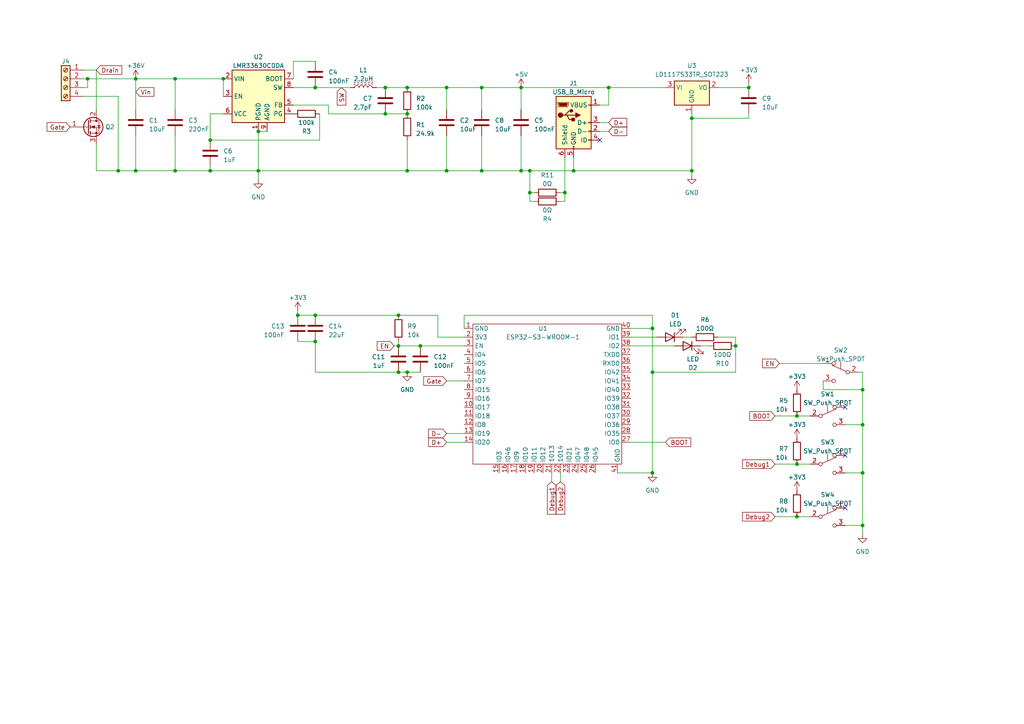
<source format=kicad_sch>
(kicad_sch (version 20230121) (generator eeschema)
  (paper "A4")
  (lib_symbols
    (symbol "Connector:Screw_Terminal_01x04" (pin_names (offset 1.016) hide)
      (property "Reference" "J" (at 0 5.08 0))
      (property "Value" "Screw_Terminal_01x04" (at 0 -7.62 0))
      (symbol "Screw_Terminal_01x04_1_1"
        (rectangle (start -1.27 3.81) (end 1.27 -6.35) (stroke (width 0.254)) (fill (type background)))
        (circle (center 0 -5.08) (radius 0.635) (stroke (width 0.1524)))
        (circle (center 0 -2.54) (radius 0.635) (stroke (width 0.1524)))
        (polyline (pts (xy -0.5334 -4.7498) (xy 0.3302 -5.588)) (stroke (width 0.1524)))
        (polyline (pts (xy -0.5334 -2.2098) (xy 0.3302 -3.048)) (stroke (width 0.1524)))
        (polyline (pts (xy -0.5334 0.3302) (xy 0.3302 -0.508)) (stroke (width 0.1524)))
        (polyline (pts (xy -0.5334 2.8702) (xy 0.3302 2.032)) (stroke (width 0.1524)))
        (polyline (pts (xy -0.3556 -4.572) (xy 0.508 -5.4102)) (stroke (width 0.1524)))
        (polyline (pts (xy -0.3556 -2.032) (xy 0.508 -2.8702)) (stroke (width 0.1524)))
        (polyline (pts (xy -0.3556 0.508) (xy 0.508 -0.3302)) (stroke (width 0.1524)))
        (polyline (pts (xy -0.3556 3.048) (xy 0.508 2.2098)) (stroke (width 0.1524)))
        (circle (center 0 0) (radius 0.635) (stroke (width 0.1524)))
        (circle (center 0 2.54) (radius 0.635) (stroke (width 0.1524)))
        (pin passive line (at -5.08 2.54 0) (length 3.81) (name "Pin_1") (number "1"))
        (pin passive line (at -5.08 0 0) (length 3.81) (name "Pin_2") (number "2"))
        (pin passive line (at -5.08 -2.54 0) (length 3.81) (name "Pin_3") (number "3"))
        (pin passive line (at -5.08 -5.08 0) (length 3.81) (name "Pin_4") (number "4"))
      )
    )
    (symbol "Connector:USB_B_Micro" (pin_names (offset 1.016))
      (property "Reference" "J" (at -5.08 11.43 0))
      (property "Value" "USB_B_Micro" (at -5.08 8.89 0))
      (symbol "USB_B_Micro_0_1"
        (rectangle (start -5.08 -7.62) (end 5.08 7.62) (stroke (width 0.254)) (fill (type background)))
        (circle (center -3.81 2.159) (radius 0.635) (stroke (width 0.254)) (fill (type outline)))
        (circle (center -0.635 3.429) (radius 0.381) (stroke (width 0.254)) (fill (type outline)))
        (rectangle (start -0.127 -7.62) (end 0.127 -6.858))
        (polyline (pts (xy -1.905 2.159) (xy 0.635 2.159)) (stroke (width 0.254)))
        (polyline (pts (xy -3.175 2.159) (xy -2.54 2.159) (xy -1.27 3.429) (xy -0.635 3.429)) (stroke (width 0.254)))
        (polyline (pts (xy -2.54 2.159) (xy -1.905 2.159) (xy -1.27 0.889) (xy 0 0.889)) (stroke (width 0.254)))
        (polyline (pts (xy 0.635 2.794) (xy 0.635 1.524) (xy 1.905 2.159) (xy 0.635 2.794)) (stroke (width 0.254)) (fill (type outline)))
        (polyline (pts (xy -4.318 5.588) (xy -1.778 5.588) (xy -2.032 4.826) (xy -4.064 4.826) (xy -4.318 5.588)) (fill (type outline)))
        (polyline (pts (xy -4.699 5.842) (xy -4.699 5.588) (xy -4.445 4.826) (xy -4.445 4.572) (xy -1.651 4.572) (xy -1.651 4.826) (xy -1.397 5.588) (xy -1.397 5.842) (xy -4.699 5.842)))
        (rectangle (start 0.254 1.27) (end -0.508 0.508) (stroke (width 0.254)) (fill (type outline)))
        (rectangle (start 5.08 -5.207) (end 4.318 -4.953))
        (rectangle (start 5.08 -2.667) (end 4.318 -2.413))
        (rectangle (start 5.08 -0.127) (end 4.318 0.127))
        (rectangle (start 5.08 4.953) (end 4.318 5.207))
      )
      (symbol "USB_B_Micro_1_1"
        (pin power_out line (at 7.62 5.08 180) (length 2.54) (name "VBUS") (number "1"))
        (pin bidirectional line (at 7.62 -2.54 180) (length 2.54) (name "D-") (number "2"))
        (pin bidirectional line (at 7.62 0 180) (length 2.54) (name "D+") (number "3"))
        (pin passive line (at 7.62 -5.08 180) (length 2.54) (name "ID") (number "4"))
        (pin power_out line (at 0 -10.16 90) (length 2.54) (name "GND") (number "5"))
        (pin passive line (at -2.54 -10.16 90) (length 2.54) (name "Shield") (number "6"))
      )
    )
    (symbol "Device:C" (pin_numbers hide) (pin_names (offset 0.254))
      (property "Reference" "C" (at 0.635 2.54 0))
      (property "Value" "C" (at 0.635 -2.54 0))
      (symbol "C_0_1"
        (polyline (pts (xy -2.032 -0.762) (xy 2.032 -0.762)) (stroke (width 0.508)))
        (polyline (pts (xy -2.032 0.762) (xy 2.032 0.762)) (stroke (width 0.508)))
      )
      (symbol "C_1_1"
        (pin passive line (at 0 3.81 270) (length 2.794) (name "~") (number "1"))
        (pin passive line (at 0 -3.81 90) (length 2.794) (name "~") (number "2"))
      )
    )
    (symbol "Device:LED" (pin_numbers hide) (pin_names (offset 1.016) hide)
      (property "Reference" "D" (at 0 2.54 0))
      (property "Value" "LED" (at 0 -2.54 0))
      (symbol "LED_0_1"
        (polyline (pts (xy -1.27 -1.27) (xy -1.27 1.27)) (stroke (width 0.254)))
        (polyline (pts (xy -1.27 0) (xy 1.27 0)))
        (polyline (pts (xy 1.27 -1.27) (xy 1.27 1.27) (xy -1.27 0) (xy 1.27 -1.27)) (stroke (width 0.254)))
        (polyline (pts (xy -3.048 -0.762) (xy -4.572 -2.286) (xy -3.81 -2.286) (xy -4.572 -2.286) (xy -4.572 -1.524)))
        (polyline (pts (xy -1.778 -0.762) (xy -3.302 -2.286) (xy -2.54 -2.286) (xy -3.302 -2.286) (xy -3.302 -1.524)))
      )
      (symbol "LED_1_1"
        (pin passive line (at -3.81 0 0) (length 2.54) (name "K") (number "1"))
        (pin passive line (at 3.81 0 180) (length 2.54) (name "A") (number "2"))
      )
    )
    (symbol "Device:L_Ferrite" (pin_numbers hide) (pin_names (offset 1.016) hide)
      (property "Reference" "L" (at -1.27 0 90))
      (property "Value" "L_Ferrite" (at 2.794 0 90))
      (symbol "L_Ferrite_0_1"
        (arc (start 0 -2.54) (mid 0.6323 -1.905) (end 0 -1.27))
        (arc (start 0 -1.27) (mid 0.6323 -0.635) (end 0 0))
        (polyline (pts (xy 1.016 -2.794) (xy 1.016 -2.286)))
        (polyline (pts (xy 1.016 -1.778) (xy 1.016 -1.27)))
        (polyline (pts (xy 1.016 -0.762) (xy 1.016 -0.254)))
        (polyline (pts (xy 1.016 0.254) (xy 1.016 0.762)))
        (polyline (pts (xy 1.016 1.27) (xy 1.016 1.778)))
        (polyline (pts (xy 1.016 2.286) (xy 1.016 2.794)))
        (polyline (pts (xy 1.524 -2.286) (xy 1.524 -2.794)))
        (polyline (pts (xy 1.524 -1.27) (xy 1.524 -1.778)))
        (polyline (pts (xy 1.524 -0.254) (xy 1.524 -0.762)))
        (polyline (pts (xy 1.524 0.762) (xy 1.524 0.254)))
        (polyline (pts (xy 1.524 1.778) (xy 1.524 1.27)))
        (polyline (pts (xy 1.524 2.794) (xy 1.524 2.286)))
        (arc (start 0 0) (mid 0.6323 0.635) (end 0 1.27))
        (arc (start 0 1.27) (mid 0.6323 1.905) (end 0 2.54))
      )
      (symbol "L_Ferrite_1_1"
        (pin passive line (at 0 3.81 270) (length 1.27) (name "1") (number "1"))
        (pin passive line (at 0 -3.81 90) (length 1.27) (name "2") (number "2"))
      )
    )
    (symbol "Device:Q_NMOS_GDS" (pin_names (offset 0) hide)
      (property "Reference" "Q" (at 5.08 1.27 0))
      (property "Value" "Q_NMOS_GDS" (at 5.08 -1.27 0))
      (symbol "Q_NMOS_GDS_0_1"
        (polyline (pts (xy 0.254 0) (xy -2.54 0)))
        (polyline (pts (xy 0.254 1.905) (xy 0.254 -1.905)) (stroke (width 0.254)))
        (polyline (pts (xy 0.762 -1.27) (xy 0.762 -2.286)) (stroke (width 0.254)))
        (polyline (pts (xy 0.762 0.508) (xy 0.762 -0.508)) (stroke (width 0.254)))
        (polyline (pts (xy 0.762 2.286) (xy 0.762 1.27)) (stroke (width 0.254)))
        (polyline (pts (xy 2.54 2.54) (xy 2.54 1.778)))
        (polyline (pts (xy 2.54 -2.54) (xy 2.54 0) (xy 0.762 0)))
        (polyline (pts (xy 0.762 -1.778) (xy 3.302 -1.778) (xy 3.302 1.778) (xy 0.762 1.778)))
        (polyline (pts (xy 1.016 0) (xy 2.032 0.381) (xy 2.032 -0.381) (xy 1.016 0)) (fill (type outline)))
        (polyline (pts (xy 2.794 0.508) (xy 2.921 0.381) (xy 3.683 0.381) (xy 3.81 0.254)))
        (polyline (pts (xy 3.302 0.381) (xy 2.921 -0.254) (xy 3.683 -0.254) (xy 3.302 0.381)))
        (circle (center 1.651 0) (radius 2.794) (stroke (width 0.254)))
        (circle (center 2.54 -1.778) (radius 0.254) (fill (type outline)))
        (circle (center 2.54 1.778) (radius 0.254) (fill (type outline)))
      )
      (symbol "Q_NMOS_GDS_1_1"
        (pin input line (at -5.08 0 0) (length 2.54) (name "G") (number "1"))
        (pin passive line (at 2.54 5.08 270) (length 2.54) (name "D") (number "2"))
        (pin passive line (at 2.54 -5.08 90) (length 2.54) (name "S") (number "3"))
      )
    )
    (symbol "Device:R" (pin_numbers hide) (pin_names (offset 0))
      (property "Reference" "R" (at 2.032 0 90))
      (property "Value" "R" (at 0 0 90))
      (symbol "R_0_1"
        (rectangle (start -1.016 -2.54) (end 1.016 2.54) (stroke (width 0.254)))
      )
      (symbol "R_1_1"
        (pin passive line (at 0 3.81 270) (length 1.27) (name "~") (number "1"))
        (pin passive line (at 0 -3.81 90) (length 1.27) (name "~") (number "2"))
      )
    )
    (symbol "MCU_Espressif:ESP32-S3-WROOM-1"
      (property "Reference" "U" (at 0 1.27 0))
      (property "Value" "ESP32-S3-WROOM-1" (at 0 -1.27 0))
      (symbol "ESP32-S3-WROOM-1_0_1"
        (rectangle (start -21.59 2.54) (end 21.59 -38.1))
      )
      (symbol "ESP32-S3-WROOM-1_1_1"
        (pin unspecified line (at -24.13 1.27 0) (length 2.54) (name "GND") (number "1"))
        (pin unspecified line (at -24.13 -21.59 0) (length 2.54) (name "IO17") (number "10"))
        (pin unspecified line (at -24.13 -24.13 0) (length 2.54) (name "IO18") (number "11"))
        (pin unspecified line (at -24.13 -26.67 0) (length 2.54) (name "IO8") (number "12"))
        (pin unspecified line (at -24.13 -29.21 0) (length 2.54) (name "IO19") (number "13"))
        (pin unspecified line (at -24.13 -31.75 0) (length 2.54) (name "IO20") (number "14"))
        (pin unspecified line (at -13.97 -40.64 90) (length 2.54) (name "IO3") (number "15"))
        (pin unspecified line (at -11.43 -40.64 90) (length 2.54) (name "IO46") (number "16"))
        (pin unspecified line (at -8.89 -40.64 90) (length 2.54) (name "IO9") (number "17"))
        (pin unspecified line (at -6.35 -40.64 90) (length 2.54) (name "IO10") (number "18"))
        (pin unspecified line (at -3.81 -40.64 90) (length 2.54) (name "IO11") (number "19"))
        (pin unspecified line (at -24.13 -1.27 0) (length 2.54) (name "3V3") (number "2"))
        (pin unspecified line (at -1.27 -40.64 90) (length 2.54) (name "IO12") (number "20"))
        (pin unspecified line (at 1.27 -40.64 90) (length 2.54) (name "1013") (number "21"))
        (pin unspecified line (at 3.81 -40.64 90) (length 2.54) (name "1014") (number "22"))
        (pin unspecified line (at 6.35 -40.64 90) (length 2.54) (name "IO21") (number "23"))
        (pin unspecified line (at 8.89 -40.64 90) (length 2.54) (name "IO47") (number "24"))
        (pin unspecified line (at 11.43 -40.64 90) (length 2.54) (name "IO48") (number "25"))
        (pin unspecified line (at 13.97 -40.64 90) (length 2.54) (name "IO45") (number "26"))
        (pin unspecified line (at 24.13 -31.75 180) (length 2.54) (name "IO0") (number "27"))
        (pin unspecified line (at 24.13 -29.21 180) (length 2.54) (name "IO35") (number "28"))
        (pin unspecified line (at 24.13 -26.67 180) (length 2.54) (name "IO36") (number "29"))
        (pin unspecified line (at -24.13 -3.81 0) (length 2.54) (name "EN") (number "3"))
        (pin unspecified line (at 24.13 -24.13 180) (length 2.54) (name "IO37") (number "30"))
        (pin unspecified line (at 24.13 -21.59 180) (length 2.54) (name "IO38") (number "31"))
        (pin unspecified line (at 24.13 -19.05 180) (length 2.54) (name "IO39") (number "32"))
        (pin unspecified line (at 24.13 -16.51 180) (length 2.54) (name "IO40") (number "33"))
        (pin unspecified line (at 24.13 -13.97 180) (length 2.54) (name "IO41") (number "34"))
        (pin unspecified line (at 24.13 -11.43 180) (length 2.54) (name "IO42") (number "35"))
        (pin unspecified line (at 24.13 -8.89 180) (length 2.54) (name "RXD0") (number "36"))
        (pin unspecified line (at 24.13 -6.35 180) (length 2.54) (name "TXD0") (number "37"))
        (pin unspecified line (at 24.13 -3.81 180) (length 2.54) (name "IO2") (number "38"))
        (pin unspecified line (at 24.13 -1.27 180) (length 2.54) (name "IO1") (number "39"))
        (pin unspecified line (at -24.13 -6.35 0) (length 2.54) (name "IO4") (number "4"))
        (pin unspecified line (at 24.13 1.27 180) (length 2.54) (name "GND") (number "40"))
        (pin unspecified line (at 20.32 -40.64 90) (length 2.54) (name "GND") (number "41"))
        (pin unspecified line (at -24.13 -8.89 0) (length 2.54) (name "IO5") (number "5"))
        (pin unspecified line (at -24.13 -11.43 0) (length 2.54) (name "IO6") (number "6"))
        (pin unspecified line (at -24.13 -13.97 0) (length 2.54) (name "IO7") (number "7"))
        (pin unspecified line (at -24.13 -16.51 0) (length 2.54) (name "IO15") (number "8"))
        (pin unspecified line (at -24.13 -19.05 0) (length 2.54) (name "IO16") (number "9"))
      )
    )
    (symbol "Regulator_Linear:LD1117S33TR_SOT223"
      (property "Reference" "U" (at -3.81 3.175 0))
      (property "Value" "LD1117S33TR_SOT223" (at 0 3.175 0))
      (symbol "LD1117S33TR_SOT223_0_1"
        (rectangle (start -5.08 -5.08) (end 5.08 1.905) (stroke (width 0.254)) (fill (type background)))
      )
      (symbol "LD1117S33TR_SOT223_1_1"
        (pin power_in line (at 0 -7.62 90) (length 2.54) (name "GND") (number "1"))
        (pin power_out line (at 7.62 0 180) (length 2.54) (name "VO") (number "2"))
        (pin power_in line (at -7.62 0 0) (length 2.54) (name "VI") (number "3"))
      )
    )
    (symbol "Regulator_Switching:LMR33630CDDA"
      (property "Reference" "U" (at 0 11.43 0))
      (property "Value" "LMR33630CDDA" (at 0 8.89 0))
      (symbol "LMR33630CDDA_0_1"
        (rectangle (start -7.62 7.62) (end 7.62 -7.62) (stroke (width 0.254)) (fill (type background)))
      )
      (symbol "LMR33630CDDA_1_1"
        (pin power_in line (at 0 -10.16 90) (length 2.54) (name "PGND") (number "1"))
        (pin power_in line (at -10.16 5.08 0) (length 2.54) (name "VIN") (number "2"))
        (pin input line (at -10.16 0 0) (length 2.54) (name "EN") (number "3"))
        (pin open_collector line (at 10.16 -5.08 180) (length 2.54) (name "PG") (number "4"))
        (pin input line (at 10.16 -2.54 180) (length 2.54) (name "FB") (number "5"))
        (pin power_out line (at -10.16 -5.08 0) (length 2.54) (name "VCC") (number "6"))
        (pin input line (at 10.16 5.08 180) (length 2.54) (name "BOOT") (number "7"))
        (pin output line (at 10.16 2.54 180) (length 2.54) (name "SW") (number "8"))
        (pin power_in line (at 2.54 -10.16 90) (length 2.54) (name "AGND") (number "9"))
      )
    )
    (symbol "Switch:SW_Push_SPDT" (pin_names (offset 0) hide)
      (property "Reference" "SW" (at 0 4.318 0))
      (property "Value" "SW_Push_SPDT" (at 0 -5.08 0))
      (symbol "SW_Push_SPDT_0_0"
        (circle (center -2.032 0) (radius 0.508))
        (polyline (pts (xy 0 1.016) (xy 0 3.048)))
        (circle (center 2.032 -2.54) (radius 0.508))
      )
      (symbol "SW_Push_SPDT_0_1"
        (polyline (pts (xy -1.524 0.254) (xy 2.54 2.032)))
        (circle (center 2.032 2.54) (radius 0.508))
      )
      (symbol "SW_Push_SPDT_1_1"
        (pin passive line (at 5.08 2.54 180) (length 2.54) (name "A") (number "1"))
        (pin passive line (at -5.08 0 0) (length 2.54) (name "B") (number "2"))
        (pin passive line (at 5.08 -2.54 180) (length 2.54) (name "C") (number "3"))
      )
    )
    (symbol "power:+36V" (power) (pin_names (offset 0))
      (property "Value" "+36V" (at 0 3.556 0))
      (symbol "+36V_0_1"
        (polyline (pts (xy -0.762 1.27) (xy 0 2.54)))
        (polyline (pts (xy 0 0) (xy 0 2.54)))
        (polyline (pts (xy 0 2.54) (xy 0.762 1.27)))
      )
      (symbol "+36V_1_1"
        (pin power_in line (at 0 0 90) (length 0) hide (name "+36V") (number "1"))
      )
    )
    (symbol "power:+3V3" (power) (pin_names (offset 0))
      (property "Value" "+3V3" (at 0 3.556 0))
      (symbol "+3V3_0_1"
        (polyline (pts (xy -0.762 1.27) (xy 0 2.54)))
        (polyline (pts (xy 0 0) (xy 0 2.54)))
        (polyline (pts (xy 0 2.54) (xy 0.762 1.27)))
      )
      (symbol "+3V3_1_1"
        (pin power_in line (at 0 0 90) (length 0) hide (name "+3V3") (number "1"))
      )
    )
    (symbol "power:+5V" (power) (pin_names (offset 0))
      (property "Value" "+5V" (at 0 3.556 0))
      (symbol "+5V_0_1"
        (polyline (pts (xy -0.762 1.27) (xy 0 2.54)))
        (polyline (pts (xy 0 0) (xy 0 2.54)))
        (polyline (pts (xy 0 2.54) (xy 0.762 1.27)))
      )
      (symbol "+5V_1_1"
        (pin power_in line (at 0 0 90) (length 0) hide (name "+5V") (number "1"))
      )
    )
    (symbol "power:GND" (power) (pin_names (offset 0))
      (property "Value" "GND" (at 0 -3.81 0))
      (symbol "GND_0_1"
        (polyline (pts (xy 0 0) (xy 0 -1.27) (xy 1.27 -1.27) (xy 0 -2.54) (xy -1.27 -1.27) (xy 0 -1.27)))
      )
      (symbol "GND_1_1"
        (pin power_in line (at 0 0 270) (length 0) hide (name "GND") (number "1"))
      )
    )
  )
  (junction (at 176.53 25.4))
  (junction (at 213.36 100.33))
  (junction (at 129.54 25.4))
  (junction (at 91.44 25.4))
  (junction (at 111.76 33.02))
  (junction (at 139.7 25.4))
  (junction (at 217.17 25.4))
  (junction (at 200.66 34.29))
  (junction (at 231.14 149.86))
  (junction (at 74.93 38.1))
  (junction (at 153.67 55.88))
  (junction (at 189.23 95.25))
  (junction (at 250.19 123.19))
  (junction (at 74.93 49.53))
  (junction (at 129.54 49.53))
  (junction (at 64.77 22.86))
  (junction (at 39.37 22.86))
  (junction (at 139.7 49.53))
  (junction (at 50.8 22.86))
  (junction (at 250.19 137.16))
  (junction (at 39.37 49.53))
  (junction (at 115.57 107.95))
  (junction (at 118.11 25.4))
  (junction (at 163.83 55.88))
  (junction (at 34.29 49.53))
  (junction (at 50.8 49.53))
  (junction (at 91.44 91.44))
  (junction (at 60.96 40.64))
  (junction (at 231.14 134.62))
  (junction (at 115.57 91.44))
  (junction (at 60.96 49.53))
  (junction (at 115.57 100.33))
  (junction (at 200.66 49.53))
  (junction (at 86.36 91.44))
  (junction (at 151.13 25.4))
  (junction (at 189.23 137.16))
  (junction (at 91.44 99.06))
  (junction (at 118.11 33.02))
  (junction (at 250.19 152.4))
  (junction (at 121.92 100.33))
  (junction (at 111.76 25.4))
  (junction (at 151.13 49.53))
  (junction (at 189.23 107.95))
  (junction (at 153.67 49.53))
  (junction (at 231.14 120.65))
  (junction (at 118.11 107.95))
  (junction (at 250.19 113.03))
  (junction (at 118.11 49.53))
  (junction (at 25.4 22.86))
  (junction (at 166.37 49.53))
  (no_connect (at 245.11 118.11))
  (no_connect (at 245.11 132.08))
  (no_connect (at 173.99 40.64))
  (no_connect (at 245.11 147.32))
  (wire (pts (xy 129.54 25.4) (xy 118.11 25.4)))
  (wire (pts (xy 118.11 107.95) (xy 121.92 107.95)))
  (wire (pts (xy 245.11 152.4) (xy 250.19 152.4)))
  (wire (pts (xy 250.19 113.03) (xy 250.19 123.19)))
  (wire (pts (xy 134.62 97.79) (xy 127 97.79)))
  (wire (pts (xy 25.4 22.86) (xy 39.37 22.86)))
  (wire (pts (xy 182.88 100.33) (xy 195.58 100.33)))
  (wire (pts (xy 24.13 20.32) (xy 27.94 20.32)))
  (wire (pts (xy 213.36 107.95) (xy 189.23 107.95)))
  (wire (pts (xy 153.67 58.42) (xy 153.67 55.88)))
  (wire (pts (xy 200.66 34.29) (xy 200.66 33.02)))
  (wire (pts (xy 151.13 31.75) (xy 151.13 25.4)))
  (wire (pts (xy 250.19 123.19) (xy 245.11 123.19)))
  (wire (pts (xy 162.56 139.7) (xy 162.56 137.16)))
  (wire (pts (xy 50.8 49.53) (xy 60.96 49.53)))
  (wire (pts (xy 34.29 49.53) (xy 39.37 49.53)))
  (wire (pts (xy 231.14 149.86) (xy 234.95 149.86)))
  (wire (pts (xy 74.93 38.1) (xy 74.93 49.53)))
  (wire (pts (xy 86.36 91.44) (xy 86.36 90.17)))
  (wire (pts (xy 176.53 25.4) (xy 193.04 25.4)))
  (wire (pts (xy 182.88 95.25) (xy 189.23 95.25)))
  (wire (pts (xy 129.54 25.4) (xy 139.7 25.4)))
  (wire (pts (xy 250.19 154.94) (xy 250.19 152.4)))
  (wire (pts (xy 27.94 49.53) (xy 34.29 49.53)))
  (wire (pts (xy 250.19 137.16) (xy 250.19 123.19)))
  (wire (pts (xy 200.66 50.8) (xy 200.66 49.53)))
  (wire (pts (xy 151.13 39.37) (xy 151.13 49.53)))
  (wire (pts (xy 163.83 55.88) (xy 163.83 45.72)))
  (wire (pts (xy 139.7 39.37) (xy 139.7 49.53)))
  (wire (pts (xy 39.37 22.86) (xy 39.37 31.75)))
  (wire (pts (xy 39.37 49.53) (xy 50.8 49.53)))
  (wire (pts (xy 176.53 25.4) (xy 176.53 30.48)))
  (wire (pts (xy 85.09 30.48) (xy 95.25 30.48)))
  (wire (pts (xy 50.8 31.75) (xy 50.8 22.86)))
  (wire (pts (xy 231.14 134.62) (xy 234.95 134.62)))
  (wire (pts (xy 24.13 27.94) (xy 34.29 27.94)))
  (wire (pts (xy 129.54 110.49) (xy 134.62 110.49)))
  (wire (pts (xy 129.54 125.73) (xy 134.62 125.73)))
  (wire (pts (xy 109.22 25.4) (xy 111.76 25.4)))
  (wire (pts (xy 129.54 31.75) (xy 129.54 25.4)))
  (wire (pts (xy 205.74 100.33) (xy 203.2 100.33)))
  (wire (pts (xy 151.13 25.4) (xy 176.53 25.4)))
  (wire (pts (xy 95.25 30.48) (xy 95.25 33.02)))
  (wire (pts (xy 173.99 35.56) (xy 176.53 35.56)))
  (wire (pts (xy 121.92 100.33) (xy 134.62 100.33)))
  (wire (pts (xy 39.37 22.86) (xy 50.8 22.86)))
  (wire (pts (xy 163.83 58.42) (xy 163.83 55.88)))
  (wire (pts (xy 115.57 107.95) (xy 118.11 107.95)))
  (wire (pts (xy 27.94 41.91) (xy 27.94 49.53)))
  (wire (pts (xy 151.13 49.53) (xy 139.7 49.53)))
  (wire (pts (xy 160.02 139.7) (xy 160.02 137.16)))
  (wire (pts (xy 60.96 48.26) (xy 60.96 49.53)))
  (wire (pts (xy 115.57 99.06) (xy 115.57 100.33)))
  (wire (pts (xy 139.7 25.4) (xy 151.13 25.4)))
  (wire (pts (xy 162.56 58.42) (xy 163.83 58.42)))
  (wire (pts (xy 250.19 107.95) (xy 250.19 113.03)))
  (wire (pts (xy 127 97.79) (xy 127 91.44)))
  (wire (pts (xy 173.99 38.1) (xy 176.53 38.1)))
  (wire (pts (xy 115.57 100.33) (xy 121.92 100.33)))
  (wire (pts (xy 91.44 91.44) (xy 115.57 91.44)))
  (wire (pts (xy 182.88 128.27) (xy 193.04 128.27)))
  (wire (pts (xy 134.62 95.25) (xy 134.62 91.44)))
  (wire (pts (xy 60.96 49.53) (xy 74.93 49.53)))
  (wire (pts (xy 153.67 55.88) (xy 154.94 55.88)))
  (wire (pts (xy 213.36 100.33) (xy 213.36 107.95)))
  (wire (pts (xy 231.14 120.65) (xy 224.79 120.65)))
  (wire (pts (xy 91.44 25.4) (xy 101.6 25.4)))
  (wire (pts (xy 153.67 49.53) (xy 166.37 49.53)))
  (wire (pts (xy 115.57 91.44) (xy 127 91.44)))
  (wire (pts (xy 86.36 99.06) (xy 91.44 99.06)))
  (wire (pts (xy 60.96 33.02) (xy 60.96 40.64)))
  (wire (pts (xy 213.36 97.79) (xy 213.36 100.33)))
  (wire (pts (xy 24.13 25.4) (xy 25.4 25.4)))
  (wire (pts (xy 217.17 34.29) (xy 200.66 34.29)))
  (wire (pts (xy 129.54 128.27) (xy 134.62 128.27)))
  (wire (pts (xy 92.71 40.64) (xy 92.71 33.02)))
  (wire (pts (xy 189.23 107.95) (xy 189.23 137.16)))
  (wire (pts (xy 238.76 113.03) (xy 250.19 113.03)))
  (wire (pts (xy 129.54 49.53) (xy 118.11 49.53)))
  (wire (pts (xy 151.13 49.53) (xy 153.67 49.53)))
  (wire (pts (xy 208.28 97.79) (xy 213.36 97.79)))
  (wire (pts (xy 118.11 49.53) (xy 74.93 49.53)))
  (wire (pts (xy 245.11 137.16) (xy 250.19 137.16)))
  (wire (pts (xy 224.79 149.86) (xy 231.14 149.86)))
  (wire (pts (xy 50.8 22.86) (xy 64.77 22.86)))
  (wire (pts (xy 166.37 49.53) (xy 200.66 49.53)))
  (wire (pts (xy 139.7 49.53) (xy 129.54 49.53)))
  (wire (pts (xy 129.54 39.37) (xy 129.54 49.53)))
  (wire (pts (xy 139.7 31.75) (xy 139.7 25.4)))
  (wire (pts (xy 189.23 95.25) (xy 189.23 107.95)))
  (wire (pts (xy 182.88 97.79) (xy 190.5 97.79)))
  (wire (pts (xy 217.17 25.4) (xy 217.17 24.13)))
  (wire (pts (xy 226.06 105.41) (xy 238.76 105.41)))
  (wire (pts (xy 173.99 30.48) (xy 176.53 30.48)))
  (wire (pts (xy 200.66 97.79) (xy 198.12 97.79)))
  (wire (pts (xy 200.66 34.29) (xy 200.66 49.53)))
  (wire (pts (xy 60.96 40.64) (xy 92.71 40.64)))
  (wire (pts (xy 64.77 33.02) (xy 60.96 33.02)))
  (wire (pts (xy 248.92 107.95) (xy 250.19 107.95)))
  (wire (pts (xy 86.36 91.44) (xy 91.44 91.44)))
  (wire (pts (xy 91.44 107.95) (xy 91.44 99.06)))
  (wire (pts (xy 50.8 39.37) (xy 50.8 49.53)))
  (wire (pts (xy 111.76 25.4) (xy 118.11 25.4)))
  (wire (pts (xy 224.79 134.62) (xy 231.14 134.62)))
  (wire (pts (xy 74.93 49.53) (xy 74.93 52.07)))
  (wire (pts (xy 25.4 25.4) (xy 25.4 22.86)))
  (wire (pts (xy 114.3 100.33) (xy 115.57 100.33)))
  (wire (pts (xy 64.77 22.86) (xy 64.77 27.94)))
  (wire (pts (xy 238.76 110.49) (xy 238.76 113.03)))
  (wire (pts (xy 27.94 20.32) (xy 27.94 31.75)))
  (wire (pts (xy 162.56 55.88) (xy 163.83 55.88)))
  (wire (pts (xy 85.09 25.4) (xy 91.44 25.4)))
  (wire (pts (xy 74.93 38.1) (xy 77.47 38.1)))
  (wire (pts (xy 134.62 91.44) (xy 189.23 91.44)))
  (wire (pts (xy 208.28 25.4) (xy 217.17 25.4)))
  (wire (pts (xy 95.25 33.02) (xy 111.76 33.02)))
  (wire (pts (xy 189.23 91.44) (xy 189.23 95.25)))
  (wire (pts (xy 111.76 33.02) (xy 118.11 33.02)))
  (wire (pts (xy 250.19 152.4) (xy 250.19 137.16)))
  (wire (pts (xy 166.37 45.72) (xy 166.37 49.53)))
  (wire (pts (xy 39.37 39.37) (xy 39.37 49.53)))
  (wire (pts (xy 153.67 55.88) (xy 153.67 49.53)))
  (wire (pts (xy 91.44 107.95) (xy 115.57 107.95)))
  (wire (pts (xy 231.14 120.65) (xy 234.95 120.65)))
  (wire (pts (xy 24.13 22.86) (xy 25.4 22.86)))
  (wire (pts (xy 154.94 58.42) (xy 153.67 58.42)))
  (wire (pts (xy 85.09 17.78) (xy 91.44 17.78)))
  (wire (pts (xy 34.29 27.94) (xy 34.29 49.53)))
  (wire (pts (xy 217.17 33.02) (xy 217.17 34.29)))
  (wire (pts (xy 189.23 137.16) (xy 179.07 137.16)))
  (wire (pts (xy 85.09 22.86) (xy 85.09 17.78)))
  (wire (pts (xy 118.11 40.64) (xy 118.11 49.53)))
  (global_label "Gate" (shape input) (at 129.54 110.49 180) (property "Intersheetrefs" "${INTERSHEET_REFS}" (effects hide)))
  (global_label "D-" (shape input) (at 129.54 125.73 180) (property "Intersheetrefs" "${INTERSHEET_REFS}" (effects hide)))
  (global_label "D+" (shape input) (at 176.53 35.56 0) (property "Intersheetrefs" "${INTERSHEET_REFS}" (effects hide)))
  (global_label "Debug1" (shape input) (at 224.79 134.62 180) (property "Intersheetrefs" "${INTERSHEET_REFS}" (effects hide)))
  (global_label "BOOT" (shape input) (at 193.04 128.27 0) (property "Intersheetrefs" "${INTERSHEET_REFS}" (effects hide)))
  (global_label "Vin" (shape input) (at 39.37 26.67 0) (property "Intersheetrefs" "${INTERSHEET_REFS}" (effects hide)))
  (global_label "D+" (shape input) (at 129.54 128.27 180) (property "Intersheetrefs" "${INTERSHEET_REFS}" (effects hide)))
  (global_label "Gate" (shape input) (at 20.32 36.83 180) (property "Intersheetrefs" "${INTERSHEET_REFS}" (effects hide)))
  (global_label "Debug2" (shape input) (at 162.56 139.7 270) (property "Intersheetrefs" "${INTERSHEET_REFS}" (effects hide)))
  (global_label "EN" (shape input) (at 226.06 105.41 180) (property "Intersheetrefs" "${INTERSHEET_REFS}" (effects hide)))
  (global_label "BOOT" (shape input) (at 224.79 120.65 180) (property "Intersheetrefs" "${INTERSHEET_REFS}" (effects hide)))
  (global_label "D-" (shape input) (at 176.53 38.1 0) (property "Intersheetrefs" "${INTERSHEET_REFS}" (effects hide)))
  (global_label "EN" (shape input) (at 114.3 100.33 180) (property "Intersheetrefs" "${INTERSHEET_REFS}" (effects hide)))
  (global_label "Debug2" (shape input) (at 224.79 149.86 180) (property "Intersheetrefs" "${INTERSHEET_REFS}" (effects hide)))
  (global_label "SW" (shape input) (at 99.06 25.4 270) (property "Intersheetrefs" "${INTERSHEET_REFS}" (effects hide)))
  (global_label "Debug1" (shape input) (at 160.02 139.7 270) (property "Intersheetrefs" "${INTERSHEET_REFS}" (effects hide)))
  (global_label "Drain" (shape input) (at 27.94 20.32 0) (property "Intersheetrefs" "${INTERSHEET_REFS}" (effects hide)))
  (symbol (lib_id "Connector:Screw_Terminal_01x04") (at 19.05 22.86 0) (mirror y) (unit 1)
    (property "Reference" "J4" (at 19.05 17.78 0))
    (property "Value" "Screw_Terminal_01x04" (effects hide))
    (property "Footprint" "TerminalBlock_TE-Connectivity:TerminalBlock_TE_282834-4_1x04_P2.54mm_Horizontal" (effects hide))
    (property "MFR#" "282834-4" (effects hide))
  )
  (symbol (lib_id "Device:R") (at 118.11 36.83 0) (unit 1)
    (property "Reference" "R1" (at 120.65 36.195 0) (effects (justify left)))
    (property "Value" "24.9k" (at 120.65 38.735 0) (effects (justify left)))
    (property "Footprint" "Resistor_SMD:R_0805_2012Metric_Pad1.20x1.40mm_HandSolder" (effects hide))
    (property "MFR#" "AC0805FR-0724K9L" (effects hide))
    (property "LCSC#" "C228658" (effects hide))
  )
  (symbol (lib_id "Device:C") (at 50.8 35.56 0) (unit 1)
    (property "Reference" "C3" (at 54.61 34.925 0) (effects (justify left)))
    (property "Value" "220nF" (at 54.61 37.465 0) (effects (justify left)))
    (property "Footprint" "Capacitor_SMD:C_0805_2012Metric_Pad1.18x1.45mm_HandSolder" (effects hide))
    (property "MFR#" "C2012X7R1H224K125AA" (effects hide))
    (property "LCSC#" "C163697" (effects hide))
  )
  (symbol (lib_id "Device:Q_NMOS_GDS") (at 25.4 36.83 0) (unit 1)
    (property "Reference" "Q2" (at 30.48 36.83 0) (effects (justify left)))
    (property "Value" "Q_NMOS_GDS" (effects hide))
    (property "Footprint" "Package_TO_SOT_SMD:TO-252-2" (effects hide))
    (property "MFR#" "DMN4030LK3" (effects hide))
    (property "LCSC#" "C464112" (effects hide))
  )
  (symbol (lib_id "Device:C") (at 115.57 104.14 0) (unit 1)
    (property "Reference" "C11" (at 111.76 103.505 0) (effects (justify right)))
    (property "Value" "1uF" (at 111.76 106.045 0) (effects (justify right)))
    (property "Footprint" "Capacitor_SMD:C_0805_2012Metric_Pad1.18x1.45mm_HandSolder" (effects hide))
    (property "LCSC#" "C215803" (effects hide))
    (property "MFR#" "CL21B105KAFNNNG" (effects hide))
  )
  (symbol (lib_id "power:GND") (at 74.93 52.07 0) (unit 1)
    (property "Reference" "#PWR01" (effects hide))
    (property "Value" "GND" (at 74.93 57.15 0))
  )
  (symbol (lib_id "Device:C") (at 91.44 95.25 0) (unit 1)
    (property "Reference" "C14" (at 95.25 94.615 0) (effects (justify left)))
    (property "Value" "22uF" (at 95.25 97.155 0) (effects (justify left)))
    (property "Footprint" "Capacitor_SMD:C_0805_2012Metric_Pad1.18x1.45mm_HandSolder" (effects hide))
    (property "LCSC#" "C380338" (effects hide))
    (property "MFR#" "CL21A226MOQNNNE" (effects hide))
  )
  (symbol (lib_id "Device:R") (at 88.9 33.02 90) (mirror x) (unit 1)
    (property "Reference" "R3" (at 88.9 38.1 90))
    (property "Value" "100k" (at 88.9 35.56 90))
    (property "Footprint" "Resistor_SMD:R_0805_2012Metric_Pad1.20x1.40mm_HandSolder" (effects hide))
    (property "MFR#" "RC0805FR-10100KL" (effects hide))
    (property "LCSC#" "C2907293" (effects hide))
  )
  (symbol (lib_id "Device:C") (at 121.92 104.14 0) (unit 1)
    (property "Reference" "C12" (at 125.73 103.505 0) (effects (justify left)))
    (property "Value" "100nF" (at 125.73 106.045 0) (effects (justify left)))
    (property "Footprint" "Capacitor_SMD:C_0805_2012Metric_Pad1.18x1.45mm_HandSolder" (effects hide))
    (property "LCSC#" "C476766" (effects hide))
    (property "MFR#" "CL21B104MACNNNC" (effects hide))
  )
  (symbol (lib_id "Device:L_Ferrite") (at 105.41 25.4 90) (unit 1)
    (property "Reference" "L1" (at 105.41 20.32 90))
    (property "Value" "2.2uH" (at 105.41 22.86 90))
    (property "Footprint" "Inductor_SMD:L_TDK_VLS6045EX_VLS6045AF" (effects hide))
    (property "MFR#" "VLS6045EX-2R2N " (effects hide))
    (property "LCSC#" "C404501" (effects hide))
  )
  (symbol (lib_id "Connector:USB_B_Micro") (at 166.37 35.56 0) (unit 1)
    (property "Reference" "J1" (at 166.37 24.13 0))
    (property "Value" "USB_B_Micro" (at 166.37 26.67 0))
    (property "Footprint" "Connector_USB:USB_Micro-B_Wuerth_614105150721_Vertical_CircularHoles" (effects hide))
    (property "MFR#" "614105150721" (effects hide))
    (property "LCSC#" "C456007" (effects hide))
  )
  (symbol (lib_id "Device:LED") (at 199.39 100.33 0) (mirror y) (unit 1)
    (property "Reference" "D2" (at 200.9775 106.68 0))
    (property "Value" "LED" (at 200.9775 104.14 0))
    (property "Footprint" "LED_SMD:LED_0805_2012Metric_Pad1.15x1.40mm_HandSolder" (effects hide))
    (property "MFR#" "150080RS75000" (effects hide))
    (property "LCSC#" "C84256" (effects hide))
  )
  (symbol (lib_id "Switch:SW_Push_SPDT") (at 240.03 149.86 0) (unit 1)
    (property "Reference" "SW4" (at 240.03 143.51 0))
    (property "Value" "SW_Push_SPDT" (at 240.03 146.05 0))
    (property "Footprint" "Button_Switch_SMD:G-Switch-MK-12C02-G020" (effects hide))
    (property "LCSC#" "C963206" (effects hide))
  )
  (symbol (lib_id "Switch:SW_Push_SPDT") (at 240.03 134.62 0) (unit 1)
    (property "Reference" "SW3" (at 240.03 128.27 0))
    (property "Value" "SW_Push_SPDT" (at 240.03 130.81 0))
    (property "Footprint" "Button_Switch_SMD:G-Switch-MK-12C02-G020" (effects hide))
    (property "LCSC#" "C963206" (effects hide))
  )
  (symbol (lib_id "Device:R") (at 118.11 29.21 0) (unit 1)
    (property "Reference" "R2" (at 120.65 28.575 0) (effects (justify left)))
    (property "Value" "100k" (at 120.65 31.115 0) (effects (justify left)))
    (property "Footprint" "Resistor_SMD:R_0805_2012Metric_Pad1.20x1.40mm_HandSolder" (effects hide))
    (property "MFR#" "RC0805FR-10100KL" (effects hide))
    (property "LCSC#" "C2907293" (effects hide))
  )
  (symbol (lib_id "Device:C") (at 60.96 44.45 0) (unit 1)
    (property "Reference" "C6" (at 64.77 43.815 0) (effects (justify left)))
    (property "Value" "1uF" (at 64.77 46.355 0) (effects (justify left)))
    (property "Footprint" "Capacitor_SMD:C_0805_2012Metric_Pad1.18x1.45mm_HandSolder" (effects hide))
    (property "MFR#" "CC0805KKX5R6BB105" (effects hide))
    (property "LCSC#" "C408907" (effects hide))
  )
  (symbol (lib_id "Regulator_Linear:LD1117S33TR_SOT223") (at 200.66 25.4 0) (unit 1)
    (property "Reference" "U3" (at 200.66 19.05 0))
    (property "Value" "LD1117S33TR_SOT223" (at 200.66 21.59 0))
    (property "Footprint" "Package_TO_SOT_SMD:SOT-223-3_TabPin2" (effects hide))
    (property "Datasheet" "http://www.st.com/st-web-ui/static/active/en/resource/technical/document/datasheet/CD00000544.pdf" (effects hide))
    (property "LCSC#" "C86781 " (effects hide))
  )
  (symbol (lib_id "Device:C") (at 217.17 29.21 0) (unit 1)
    (property "Reference" "C9" (at 220.98 28.575 0) (effects (justify left)))
    (property "Value" "10uF" (at 220.98 31.115 0) (effects (justify left)))
    (property "Footprint" "Capacitor_SMD:C_1206_3216Metric_Pad1.33x1.80mm_HandSolder" (effects hide))
    (property "MFR#" "GRM31CR71E106KA12K" (effects hide))
    (property "LCSC#" "C882506" (effects hide))
  )
  (symbol (lib_id "Device:C") (at 139.7 35.56 0) (unit 1)
    (property "Reference" "C8" (at 143.51 34.925 0) (effects (justify left)))
    (property "Value" "10uF" (at 143.51 37.465 0) (effects (justify left)))
    (property "Footprint" "Capacitor_SMD:C_1206_3216Metric_Pad1.33x1.80mm_HandSolder" (effects hide))
    (property "MFR#" "GRM31CR71E106KA12K" (effects hide))
    (property "LCSC#" "C882506" (effects hide))
  )
  (symbol (lib_id "Device:R") (at 209.55 100.33 90) (mirror x) (unit 1)
    (property "Reference" "R10" (at 209.55 105.41 90))
    (property "Value" "100Ω" (at 209.55 102.87 90))
    (property "Footprint" "Resistor_SMD:R_0805_2012Metric_Pad1.20x1.40mm_HandSolder" (effects hide))
    (property "MFR#" "CRCW0805100RFKEB" (effects hide))
    (property "LCSC#" "C3016626" (effects hide))
  )
  (symbol (lib_id "power:GND") (at 250.19 154.94 0) (unit 1)
    (property "Reference" "#PWR010" (effects hide))
    (property "Value" "GND" (at 250.19 160.02 0))
  )
  (symbol (lib_id "Device:LED") (at 194.31 97.79 180) (unit 1)
    (property "Reference" "D1" (at 195.8975 91.44 0))
    (property "Value" "LED" (at 195.8975 93.98 0))
    (property "Footprint" "LED_SMD:LED_0805_2012Metric_Pad1.15x1.40mm_HandSolder" (effects hide))
    (property "MFR#" "150080RS75000" (effects hide))
    (property "LCSC#" "C84256" (effects hide))
  )
  (symbol (lib_id "power:+3V3") (at 86.36 90.17 0) (unit 1)
    (property "Reference" "#PWR08" (effects hide))
    (property "Value" "+3V3" (at 86.36 86.36 0))
  )
  (symbol (lib_id "power:+3V3") (at 231.14 142.24 0) (unit 1)
    (property "Reference" "#PWR012" (effects hide))
    (property "Value" "+3V3" (at 231.14 138.43 0))
  )
  (symbol (lib_id "Device:R") (at 231.14 130.81 0) (mirror x) (unit 1)
    (property "Reference" "R7" (at 228.6 130.175 0) (effects (justify right)))
    (property "Value" "10k" (at 228.6 132.715 0) (effects (justify right)))
    (property "Footprint" "Resistor_SMD:R_0805_2012Metric_Pad1.20x1.40mm_HandSolder" (effects hide))
    (property "LCSC#" "C17414" (effects hide))
    (property "MFR#" "AC0805FR-0710KL" (effects hide))
  )
  (symbol (lib_id "Device:C") (at 91.44 21.59 0) (unit 1)
    (property "Reference" "C4" (at 95.25 20.955 0) (effects (justify left)))
    (property "Value" "100nF" (at 95.25 23.495 0) (effects (justify left)))
    (property "Footprint" "Capacitor_SMD:C_0805_2012Metric_Pad1.18x1.45mm_HandSolder" (effects hide))
    (property "MFR#" "885012207045" (effects hide))
    (property "LCSC#" "C519980" (effects hide))
  )
  (symbol (lib_id "Switch:SW_Push_SPDT") (at 240.03 120.65 0) (unit 1)
    (property "Reference" "SW1" (at 240.03 114.3 0))
    (property "Value" "SW_Push_SPDT" (at 240.03 116.84 0))
    (property "Footprint" "Button_Switch_SMD:G-Switch-MK-12C02-G020" (effects hide))
    (property "LCSC#" "C963206" (effects hide))
  )
  (symbol (lib_id "power:GND") (at 118.11 107.95 0) (unit 1)
    (property "Reference" "#PWR09" (effects hide))
    (property "Value" "GND" (at 118.11 113.03 0))
  )
  (symbol (lib_id "power:+3V3") (at 231.14 113.03 0) (unit 1)
    (property "Reference" "#PWR07" (effects hide))
    (property "Value" "+3V3" (at 231.14 109.22 0))
  )
  (symbol (lib_id "Device:C") (at 111.76 29.21 0) (mirror y) (unit 1)
    (property "Reference" "C7" (at 107.95 28.575 0) (effects (justify left)))
    (property "Value" "2.7pF" (at 107.95 31.115 0) (effects (justify left)))
    (property "Footprint" "Capacitor_SMD:C_0805_2012Metric_Pad1.18x1.45mm_HandSolder" (effects hide))
    (property "MFR#" "CC0805CRNPO9BN2R7" (effects hide))
    (property "LCSC#" "C519936" (effects hide))
  )
  (symbol (lib_id "Device:R") (at 231.14 116.84 0) (mirror x) (unit 1)
    (property "Reference" "R5" (at 228.6 116.205 0) (effects (justify right)))
    (property "Value" "10k" (at 228.6 118.745 0) (effects (justify right)))
    (property "Footprint" "Resistor_SMD:R_0805_2012Metric_Pad1.20x1.40mm_HandSolder" (effects hide))
    (property "LCSC#" "C17414" (effects hide))
    (property "MFR#" "AC0805FR-0710KL" (effects hide))
  )
  (symbol (lib_id "power:GND") (at 189.23 137.16 0) (unit 1)
    (property "Reference" "#PWR06" (effects hide))
    (property "Value" "GND" (at 189.23 142.24 0))
  )
  (symbol (lib_id "Device:R") (at 158.75 58.42 90) (mirror x) (unit 1)
    (property "Reference" "R4" (at 158.75 63.5 90))
    (property "Value" "0Ω" (at 158.75 60.96 90))
    (property "Footprint" "Resistor_SMD:R_0805_2012Metric_Pad1.20x1.40mm_HandSolder" (effects hide))
    (property "LCSC#" "C112378" (effects hide))
    (property "MFR#" "RC0805FR-130RL" (effects hide))
  )
  (symbol (lib_id "power:+3V3") (at 217.17 24.13 0) (unit 1)
    (property "Reference" "#PWR04" (effects hide))
    (property "Value" "+3V3" (at 217.17 20.32 0))
  )
  (symbol (lib_id "Device:R") (at 204.47 97.79 90) (unit 1)
    (property "Reference" "R6" (at 204.47 92.71 90))
    (property "Value" "100Ω" (at 204.47 95.25 90))
    (property "Footprint" "Resistor_SMD:R_0805_2012Metric_Pad1.20x1.40mm_HandSolder" (effects hide))
    (property "MFR#" "CRCW0805100RFKEB" (effects hide))
    (property "LCSC#" "C3016626" (effects hide))
  )
  (symbol (lib_id "Device:C") (at 151.13 35.56 0) (unit 1)
    (property "Reference" "C5" (at 154.94 34.925 0) (effects (justify left)))
    (property "Value" "100nF" (at 154.94 37.465 0) (effects (justify left)))
    (property "Footprint" "Capacitor_SMD:C_0805_2012Metric_Pad1.18x1.45mm_HandSolder" (effects hide))
    (property "MFR#" "885012207045" (effects hide))
    (property "LCSC#" "C519980" (effects hide))
  )
  (symbol (lib_id "power:+5V") (at 151.13 25.4 0) (unit 1)
    (property "Reference" "#PWR02" (effects hide))
    (property "Value" "+5V" (at 151.13 21.59 0))
  )
  (symbol (lib_id "Device:C") (at 129.54 35.56 0) (unit 1)
    (property "Reference" "C2" (at 133.35 34.925 0) (effects (justify left)))
    (property "Value" "10uF" (at 133.35 37.465 0) (effects (justify left)))
    (property "Footprint" "Capacitor_SMD:C_1206_3216Metric_Pad1.33x1.80mm_HandSolder" (effects hide))
    (property "MFR#" "GRM31CR71E106KA12K" (effects hide))
    (property "LCSC#" "C882506" (effects hide))
  )
  (symbol (lib_id "Device:R") (at 115.57 95.25 180) (unit 1)
    (property "Reference" "R9" (at 118.11 94.615 0) (effects (justify right)))
    (property "Value" "10k" (at 118.11 97.155 0) (effects (justify right)))
    (property "Footprint" "Resistor_SMD:R_0805_2012Metric_Pad1.20x1.40mm_HandSolder" (effects hide))
    (property "LCSC#" "C17414" (effects hide))
    (property "MFR#" "AC0805FR-0710KL" (effects hide))
  )
  (symbol (lib_id "Regulator_Switching:LMR33630CDDA") (at 74.93 27.94 0) (unit 1)
    (property "Reference" "U2" (at 74.93 16.51 0))
    (property "Value" "LMR33630CDDA" (at 74.93 19.05 0))
    (property "Footprint" "Package_SO:Texas_HSOP-8-1EP_3.9x4.9mm_P1.27mm" (effects hide))
    (property "Datasheet" "http://www.ti.com/lit/ds/symlink/lmr33630.pdf" (effects hide))
    (property "LCSC#" "C841384" (effects hide))
    (property "MFR#" "LMR33630CDDA" (effects hide))
  )
  (symbol (lib_id "Device:R") (at 231.14 146.05 0) (mirror x) (unit 1)
    (property "Reference" "R8" (at 228.6 145.415 0) (effects (justify right)))
    (property "Value" "10k" (at 228.6 147.955 0) (effects (justify right)))
    (property "Footprint" "Resistor_SMD:R_0805_2012Metric_Pad1.20x1.40mm_HandSolder" (effects hide))
    (property "LCSC#" "C17414" (effects hide))
    (property "MFR#" "AC0805FR-0710KL" (effects hide))
  )
  (symbol (lib_id "MCU_Espressif:ESP32-S3-WROOM-1") (at 158.75 96.52 0) (unit 1)
    (property "Reference" "U1" (at 157.48 95.25 0))
    (property "Value" "ESP32-S3-WROOM-1" (at 157.48 97.79 0))
    (property "Footprint" "Package_QFP:ESP32-S3-WROOM-1" (effects hide))
    (property "LCSC#" "C2913197" (effects hide))
    (property "MFR#" "ESP32-S3-WROOM-1-N4" (effects hide))
  )
  (symbol (lib_id "Device:C") (at 39.37 35.56 0) (unit 1)
    (property "Reference" "C1" (at 43.18 34.925 0) (effects (justify left)))
    (property "Value" "10uF" (at 43.18 37.465 0) (effects (justify left)))
    (property "Footprint" "Capacitor_SMD:C_1210_3225Metric_Pad1.33x2.70mm_HandSolder" (effects hide))
    (property "MFR#" "C3225X7R1H106M250AC" (effects hide))
    (property "LCSC#" "C77102" (effects hide))
  )
  (symbol (lib_id "Device:R") (at 158.75 55.88 90) (unit 1)
    (property "Reference" "R11" (at 158.75 50.8 90))
    (property "Value" "0Ω" (at 158.75 53.34 90))
    (property "Footprint" "Resistor_SMD:R_0805_2012Metric_Pad1.20x1.40mm_HandSolder" (effects hide))
    (property "LCSC#" "C112378" (effects hide))
    (property "MFR#" "RC0805FR-130RL" (effects hide))
  )
  (symbol (lib_id "power:+3V3") (at 231.14 127 0) (unit 1)
    (property "Reference" "#PWR011" (effects hide))
    (property "Value" "+3V3" (at 231.14 123.19 0))
  )
  (symbol (lib_id "power:+36V") (at 39.37 22.86 0) (unit 1)
    (property "Reference" "#PWR03" (effects hide))
    (property "Value" "+36V" (at 39.37 19.05 0))
  )
  (symbol (lib_id "Switch:SW_Push_SPDT") (at 243.84 107.95 0) (mirror y) (unit 1)
    (property "Reference" "SW2" (at 243.84 101.6 0))
    (property "Value" "SW_Push_SPDT" (at 243.84 104.14 0))
    (property "Footprint" "Button_Switch_SMD:G-Switch-MK-12C02-G020" (effects hide))
    (property "LCSC#" "C963206" (effects hide))
  )
  (symbol (lib_id "Device:C") (at 86.36 95.25 0) (mirror y) (unit 1)
    (property "Reference" "C13" (at 82.55 94.615 0) (effects (justify left)))
    (property "Value" "100nF" (at 82.55 97.155 0) (effects (justify left)))
    (property "Footprint" "Capacitor_SMD:C_0805_2012Metric_Pad1.18x1.45mm_HandSolder" (effects hide))
    (property "LCSC#" "C476766" (effects hide))
    (property "MFR#" "CL21B104MACNNNC" (effects hide))
  )
  (symbol (lib_id "power:GND") (at 200.66 50.8 0) (unit 1)
    (property "Reference" "#PWR05" (effects hide))
    (property "Value" "GND" (at 200.66 55.88 0))
  )
)
</source>
